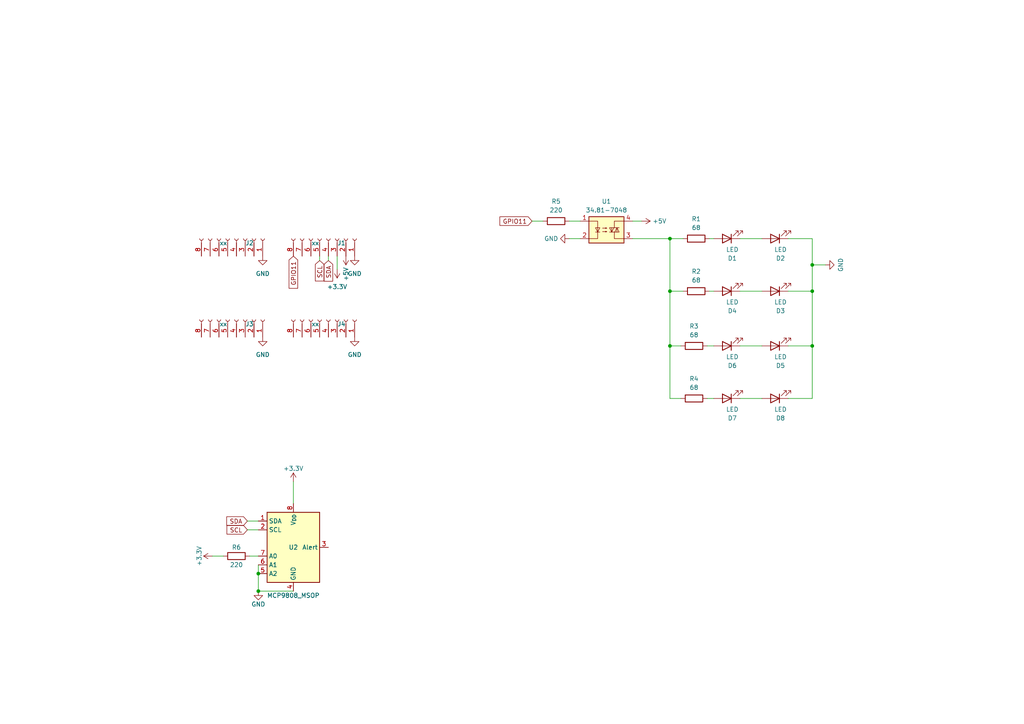
<source format=kicad_sch>
(kicad_sch (version 20230121) (generator eeschema)
  (paper "A4")
  (lib_symbols
    (symbol "Connector:Conn_01x08_Socket" (pin_names (offset 1.016) hide)
      (property "Reference" "J" (at 0 10.16 0))
      (property "Value" "Conn_01x08_Socket" (at 0 -12.7 0))
      (symbol "Conn_01x08_Socket_1_1"
        (arc (start 0 -9.652) (mid -0.5058 -10.16) (end 0 -10.668) (stroke (width 0.1524)))
        (arc (start 0 -7.112) (mid -0.5058 -7.62) (end 0 -8.128) (stroke (width 0.1524)))
        (arc (start 0 -4.572) (mid -0.5058 -5.08) (end 0 -5.588) (stroke (width 0.1524)))
        (arc (start 0 -2.032) (mid -0.5058 -2.54) (end 0 -3.048) (stroke (width 0.1524)))
        (polyline (pts (xy -1.27 -10.16) (xy -0.508 -10.16)) (stroke (width 0.1524)))
        (polyline (pts (xy -1.27 -7.62) (xy -0.508 -7.62)) (stroke (width 0.1524)))
        (polyline (pts (xy -1.27 -5.08) (xy -0.508 -5.08)) (stroke (width 0.1524)))
        (polyline (pts (xy -1.27 -2.54) (xy -0.508 -2.54)) (stroke (width 0.1524)))
        (polyline (pts (xy -1.27 0) (xy -0.508 0)) (stroke (width 0.1524)))
        (polyline (pts (xy -1.27 2.54) (xy -0.508 2.54)) (stroke (width 0.1524)))
        (polyline (pts (xy -1.27 5.08) (xy -0.508 5.08)) (stroke (width 0.1524)))
        (polyline (pts (xy -1.27 7.62) (xy -0.508 7.62)) (stroke (width 0.1524)))
        (arc (start 0 0.508) (mid -0.5058 0) (end 0 -0.508) (stroke (width 0.1524)))
        (arc (start 0 3.048) (mid -0.5058 2.54) (end 0 2.032) (stroke (width 0.1524)))
        (arc (start 0 5.588) (mid -0.5058 5.08) (end 0 4.572) (stroke (width 0.1524)))
        (arc (start 0 8.128) (mid -0.5058 7.62) (end 0 7.112) (stroke (width 0.1524)))
        (pin passive line (at -5.08 7.62 0) (length 3.81) (name "Pin_1") (number "1"))
        (pin passive line (at -5.08 5.08 0) (length 3.81) (name "Pin_2") (number "2"))
        (pin passive line (at -5.08 2.54 0) (length 3.81) (name "Pin_3") (number "3"))
        (pin passive line (at -5.08 0 0) (length 3.81) (name "Pin_4") (number "4"))
        (pin passive line (at -5.08 -2.54 0) (length 3.81) (name "Pin_5") (number "5"))
        (pin passive line (at -5.08 -5.08 0) (length 3.81) (name "Pin_6") (number "6"))
        (pin passive line (at -5.08 -7.62 0) (length 3.81) (name "Pin_7") (number "7"))
        (pin passive line (at -5.08 -10.16 0) (length 3.81) (name "Pin_8") (number "8"))
      )
    )
    (symbol "Device:LED" (pin_numbers hide) (pin_names (offset 1.016) hide)
      (property "Reference" "D" (at 0 2.54 0))
      (property "Value" "LED" (at 0 -2.54 0))
      (symbol "LED_0_1"
        (polyline (pts (xy -1.27 -1.27) (xy -1.27 1.27)) (stroke (width 0.254)))
        (polyline (pts (xy -1.27 0) (xy 1.27 0)))
        (polyline (pts (xy 1.27 -1.27) (xy 1.27 1.27) (xy -1.27 0) (xy 1.27 -1.27)) (stroke (width 0.254)))
        (polyline (pts (xy -3.048 -0.762) (xy -4.572 -2.286) (xy -3.81 -2.286) (xy -4.572 -2.286) (xy -4.572 -1.524)))
        (polyline (pts (xy -1.778 -0.762) (xy -3.302 -2.286) (xy -2.54 -2.286) (xy -3.302 -2.286) (xy -3.302 -1.524)))
      )
      (symbol "LED_1_1"
        (pin passive line (at -3.81 0 0) (length 2.54) (name "K") (number "1"))
        (pin passive line (at 3.81 0 180) (length 2.54) (name "A") (number "2"))
      )
    )
    (symbol "Device:R" (pin_numbers hide) (pin_names (offset 0))
      (property "Reference" "R" (at 2.032 0 90))
      (property "Value" "R" (at 0 0 90))
      (symbol "R_0_1"
        (rectangle (start -1.016 -2.54) (end 1.016 2.54) (stroke (width 0.254)))
      )
      (symbol "R_1_1"
        (pin passive line (at 0 3.81 270) (length 1.27) (name "~") (number "1"))
        (pin passive line (at 0 -3.81 90) (length 1.27) (name "~") (number "2"))
      )
    )
    (symbol "Relay_SolidState:FODM3011"
      (property "Reference" "U" (at -5.08 5.08 0))
      (property "Value" "FODM3011" (at 0 5.08 0))
      (symbol "FODM3011_0_1"
        (rectangle (start -5.08 3.81) (end 5.08 -3.81) (stroke (width 0.254)) (fill (type background)))
        (polyline (pts (xy -3.175 -0.635) (xy -1.905 -0.635)))
        (polyline (pts (xy 1.524 -0.635) (xy 1.524 0.635)))
        (polyline (pts (xy 3.048 0.635) (xy 3.048 -0.635)))
        (polyline (pts (xy 2.286 -0.635) (xy 2.286 -2.54) (xy 5.08 -2.54)))
        (polyline (pts (xy 2.286 0.635) (xy 2.286 2.54) (xy 5.08 2.54)))
        (polyline (pts (xy -5.08 2.54) (xy -2.54 2.54) (xy -2.54 -2.54) (xy -5.08 -2.54)))
        (polyline (pts (xy -2.54 -0.635) (xy -3.175 0.635) (xy -1.905 0.635) (xy -2.54 -0.635)))
        (polyline (pts (xy 0.889 -0.635) (xy 3.683 -0.635) (xy 3.048 0.635) (xy 2.413 -0.635)))
        (polyline (pts (xy 3.683 0.635) (xy 0.889 0.635) (xy 1.524 -0.635) (xy 2.159 0.635)))
        (polyline (pts (xy -1.143 -0.508) (xy 0.127 -0.508) (xy -0.254 -0.635) (xy -0.254 -0.381) (xy 0.127 -0.508)))
        (polyline (pts (xy -1.143 0.508) (xy 0.127 0.508) (xy -0.254 0.381) (xy -0.254 0.635) (xy 0.127 0.508)))
      )
      (symbol "FODM3011_1_1"
        (pin passive line (at -7.62 2.54 0) (length 2.54) (name "~") (number "1"))
        (pin passive line (at -7.62 -2.54 0) (length 2.54) (name "~") (number "2"))
        (pin passive line (at 7.62 -2.54 180) (length 2.54) (name "~") (number "3"))
        (pin passive line (at 7.62 2.54 180) (length 2.54) (name "~") (number "4"))
      )
    )
    (symbol "Sensor_Temperature:MCP9808_MSOP"
      (property "Reference" "U" (at -6.35 11.43 0))
      (property "Value" "MCP9808_MSOP" (at 10.16 11.43 0))
      (symbol "MCP9808_MSOP_0_1"
        (rectangle (start -7.62 10.16) (end 7.62 -10.16) (stroke (width 0.254)) (fill (type background)))
      )
      (symbol "MCP9808_MSOP_1_1"
        (pin bidirectional line (at -10.16 7.62 0) (length 2.54) (name "SDA") (number "1"))
        (pin input line (at -10.16 5.08 0) (length 2.54) (name "SCL") (number "2"))
        (pin output line (at 10.16 0 180) (length 2.54) (name "Alert") (number "3"))
        (pin power_in line (at 0 -12.7 90) (length 2.54) (name "GND") (number "4"))
        (pin input line (at -10.16 -7.62 0) (length 2.54) (name "A2") (number "5"))
        (pin input line (at -10.16 -5.08 0) (length 2.54) (name "A1") (number "6"))
        (pin input line (at -10.16 -2.54 0) (length 2.54) (name "A0") (number "7"))
        (pin power_in line (at 0 12.7 270) (length 2.54) (name "V_{DD}") (number "8"))
      )
    )
    (symbol "power:+3.3V" (power) (pin_names (offset 0))
      (property "Value" "+3.3V" (at 0 3.556 0))
      (symbol "+3.3V_0_1"
        (polyline (pts (xy -0.762 1.27) (xy 0 2.54)))
        (polyline (pts (xy 0 0) (xy 0 2.54)))
        (polyline (pts (xy 0 2.54) (xy 0.762 1.27)))
      )
      (symbol "+3.3V_1_1"
        (pin power_in line (at 0 0 90) (length 0) hide (name "+3.3V") (number "1"))
      )
    )
    (symbol "power:+5V" (power) (pin_names (offset 0))
      (property "Value" "+5V" (at 0 3.556 0))
      (symbol "+5V_0_1"
        (polyline (pts (xy -0.762 1.27) (xy 0 2.54)))
        (polyline (pts (xy 0 0) (xy 0 2.54)))
        (polyline (pts (xy 0 2.54) (xy 0.762 1.27)))
      )
      (symbol "+5V_1_1"
        (pin power_in line (at 0 0 90) (length 0) hide (name "+5V") (number "1"))
      )
    )
    (symbol "power:GND" (power) (pin_names (offset 0))
      (property "Value" "GND" (at 0 -3.81 0))
      (symbol "GND_0_1"
        (polyline (pts (xy 0 0) (xy 0 -1.27) (xy 1.27 -1.27) (xy 0 -2.54) (xy -1.27 -1.27) (xy 0 -1.27)))
      )
      (symbol "GND_1_1"
        (pin power_in line (at 0 0 270) (length 0) hide (name "GND") (number "1"))
      )
    )
  )
  (junction (at 235.585 84.455))
  (junction (at 74.93 166.37))
  (junction (at 194.31 100.33))
  (junction (at 235.585 100.33))
  (junction (at 74.93 171.45))
  (junction (at 194.31 69.215))
  (junction (at 194.31 84.455))
  (junction (at 235.585 76.835))
  (wire (pts (xy 214.63 84.455) (xy 220.98 84.455)))
  (wire (pts (xy 71.755 151.13) (xy 74.93 151.13)))
  (wire (pts (xy 197.485 115.57) (xy 194.31 115.57)))
  (wire (pts (xy 214.63 100.33) (xy 220.98 100.33)))
  (wire (pts (xy 207.01 69.215) (xy 205.74 69.215)))
  (wire (pts (xy 197.485 100.33) (xy 194.31 100.33)))
  (wire (pts (xy 235.585 115.57) (xy 228.6 115.57)))
  (wire (pts (xy 95.25 75.565) (xy 95.25 74.295)))
  (wire (pts (xy 198.12 69.215) (xy 194.31 69.215)))
  (wire (pts (xy 74.93 163.83) (xy 74.93 166.37)))
  (wire (pts (xy 207.01 100.33) (xy 205.105 100.33)))
  (wire (pts (xy 74.93 166.37) (xy 74.93 171.45)))
  (wire (pts (xy 71.755 153.67) (xy 74.93 153.67)))
  (wire (pts (xy 92.71 75.565) (xy 92.71 74.295)))
  (wire (pts (xy 165.1 69.215) (xy 168.275 69.215)))
  (wire (pts (xy 235.585 115.57) (xy 235.585 100.33)))
  (wire (pts (xy 183.515 69.215) (xy 194.31 69.215)))
  (wire (pts (xy 235.585 76.835) (xy 239.395 76.835)))
  (wire (pts (xy 207.01 115.57) (xy 205.105 115.57)))
  (wire (pts (xy 228.6 84.455) (xy 235.585 84.455)))
  (wire (pts (xy 235.585 76.835) (xy 235.585 84.455)))
  (wire (pts (xy 85.09 139.7) (xy 85.09 146.05)))
  (wire (pts (xy 235.585 100.33) (xy 235.585 84.455)))
  (wire (pts (xy 61.595 161.29) (xy 64.77 161.29)))
  (wire (pts (xy 165.1 64.135) (xy 168.275 64.135)))
  (wire (pts (xy 194.31 69.215) (xy 194.31 84.455)))
  (wire (pts (xy 97.79 78.105) (xy 97.79 74.295)))
  (wire (pts (xy 194.31 100.33) (xy 194.31 115.57)))
  (wire (pts (xy 194.31 84.455) (xy 198.12 84.455)))
  (wire (pts (xy 214.63 115.57) (xy 220.98 115.57)))
  (wire (pts (xy 228.6 100.33) (xy 235.585 100.33)))
  (wire (pts (xy 194.31 84.455) (xy 194.31 100.33)))
  (wire (pts (xy 154.305 64.135) (xy 157.48 64.135)))
  (wire (pts (xy 214.63 69.215) (xy 220.98 69.215)))
  (wire (pts (xy 72.39 161.29) (xy 74.93 161.29)))
  (wire (pts (xy 205.74 84.455) (xy 207.01 84.455)))
  (wire (pts (xy 186.055 64.135) (xy 183.515 64.135)))
  (wire (pts (xy 74.93 171.45) (xy 85.09 171.45)))
  (wire (pts (xy 235.585 76.835) (xy 235.585 69.215)))
  (wire (pts (xy 228.6 69.215) (xy 235.585 69.215)))
  (global_label "SCL" (shape input) (at 71.755 153.67 180) (property "Intersheetrefs" "${INTERSHEET_REFS}" (effects hide)))
  (global_label "SDA" (shape input) (at 95.25 75.565 270) (property "Intersheetrefs" "${INTERSHEET_REFS}" (effects hide)))
  (global_label "GPIO11" (shape input) (at 154.305 64.135 180) (property "Intersheetrefs" "${INTERSHEET_REFS}" (effects hide)))
  (global_label "SCL" (shape input) (at 92.71 75.565 270) (property "Intersheetrefs" "${INTERSHEET_REFS}" (effects hide)))
  (global_label "GPIO11" (shape input) (at 85.09 74.295 270) (property "Intersheetrefs" "${INTERSHEET_REFS}" (effects hide)))
  (global_label "SDA" (shape input) (at 71.755 151.13 180) (property "Intersheetrefs" "${INTERSHEET_REFS}" (effects hide)))
  (symbol (lib_id "Device:R") (at 201.93 69.215 270) (unit 1)
    (property "Reference" "R1" (at 201.93 63.5 90))
    (property "Value" "68" (at 201.93 66.04 90))
    (property "Footprint" "Resistor_SMD:R_0603_1608Metric" (effects hide))
  )
  (symbol (lib_id "power:GND") (at 76.2 74.295 0) (unit 1)
    (property "Reference" "#PWR02" (effects hide))
    (property "Value" "GND" (at 76.2 79.375 0))
  )
  (symbol (lib_id "Device:LED") (at 210.82 69.215 180) (unit 1)
    (property "Reference" "D1" (at 212.4075 74.93 0))
    (property "Value" "LED" (at 212.4075 72.39 0))
    (property "Footprint" "LED_SMD:LED_0805_2012Metric" (effects hide))
  )
  (symbol (lib_id "Relay_SolidState:FODM3011") (at 175.895 66.675 0) (unit 1)
    (property "Reference" "U1" (at 175.895 58.42 0))
    (property "Value" "34.81-7048" (at 175.895 60.96 0))
    (property "Footprint" "Package_DIP:SMDIP-4_W7.62mm" (effects hide))
    (property "Datasheet" "https://www.onsemi.com/pub/Collateral/FODM3053_NF098-D.PDF" (effects hide))
  )
  (symbol (lib_id "power:GND") (at 165.1 69.215 270) (unit 1)
    (property "Reference" "#PWR07" (effects hide))
    (property "Value" "GND" (at 161.925 69.215 90) (effects (justify right)))
  )
  (symbol (lib_id "Sensor_Temperature:MCP9808_MSOP") (at 85.09 158.75 0) (unit 1)
    (property "Reference" "U2" (at 85.09 158.75 0))
    (property "Value" "MCP9808_MSOP" (at 85.09 172.72 0))
    (property "Footprint" "Package_SO:MSOP-8_3x3mm_P0.65mm" (effects hide))
    (property "Datasheet" "http://ww1.microchip.com/downloads/en/DeviceDoc/22203b.pdf" (effects hide))
    (property "LCSC" "C129490" (effects hide))
  )
  (symbol (lib_id "power:+3.3V") (at 97.79 78.105 180) (unit 1)
    (property "Reference" "#PWR03" (effects hide))
    (property "Value" "+3.3V" (at 97.79 83.185 0))
  )
  (symbol (lib_id "Device:LED") (at 210.82 84.455 180) (unit 1)
    (property "Reference" "D4" (at 212.4075 90.17 0))
    (property "Value" "LED" (at 212.4075 87.63 0))
    (property "Footprint" "LED_SMD:LED_0805_2012Metric" (effects hide))
  )
  (symbol (lib_id "Device:LED") (at 224.79 100.33 180) (unit 1)
    (property "Reference" "D5" (at 226.3775 106.045 0))
    (property "Value" "LED" (at 226.3775 103.505 0))
    (property "Footprint" "LED_SMD:LED_0805_2012Metric" (effects hide))
  )
  (symbol (lib_id "power:+5V") (at 186.055 64.135 270) (unit 1)
    (property "Reference" "#PWR06" (effects hide))
    (property "Value" "+5V" (at 189.23 64.135 90) (effects (justify left)))
  )
  (symbol (lib_id "Device:LED") (at 210.82 100.33 180) (unit 1)
    (property "Reference" "D6" (at 212.4075 106.045 0))
    (property "Value" "LED" (at 212.4075 103.505 0))
    (property "Footprint" "LED_SMD:LED_0805_2012Metric" (effects hide))
  )
  (symbol (lib_id "Device:R") (at 201.295 115.57 270) (unit 1)
    (property "Reference" "R4" (at 201.295 109.855 90))
    (property "Value" "68" (at 201.295 112.395 90))
    (property "Footprint" "Resistor_SMD:R_0603_1608Metric" (effects hide))
  )
  (symbol (lib_id "Connector:Conn_01x08_Socket") (at 95.25 92.71 270) (mirror x) (unit 1)
    (property "Reference" "J4" (at 99.06 93.98 90))
    (property "Value" "xx" (at 91.44 93.98 90))
    (property "Footprint" "Connector_PinSocket_2.54mm:PinSocket_1x08_P2.54mm_Vertical_SMD_Pin1Left" (effects hide))
  )
  (symbol (lib_id "Connector:Conn_01x08_Socket") (at 68.58 92.71 270) (mirror x) (unit 1)
    (property "Reference" "J3" (at 72.39 93.98 90))
    (property "Value" "xx" (at 64.77 93.98 90))
    (property "Footprint" "Connector_PinSocket_2.54mm:PinSocket_1x08_P2.54mm_Vertical_SMD_Pin1Left" (effects hide))
  )
  (symbol (lib_id "power:GND") (at 102.87 97.79 0) (unit 1)
    (property "Reference" "#PWR05" (effects hide))
    (property "Value" "GND" (at 102.87 102.87 0))
  )
  (symbol (lib_id "power:+5V") (at 100.33 74.295 180) (unit 1)
    (property "Reference" "#PWR04" (effects hide))
    (property "Value" "+5V" (at 100.33 77.47 90) (effects (justify left)))
  )
  (symbol (lib_id "Device:R") (at 201.295 100.33 270) (unit 1)
    (property "Reference" "R3" (at 201.295 94.615 90))
    (property "Value" "68" (at 201.295 97.155 90))
    (property "Footprint" "Resistor_SMD:R_0603_1608Metric" (effects hide))
  )
  (symbol (lib_id "power:+3.3V") (at 85.09 139.7 0) (unit 1)
    (property "Reference" "#PWR09" (effects hide))
    (property "Value" "+3.3V" (at 85.09 135.89 0))
  )
  (symbol (lib_id "Device:R") (at 201.93 84.455 270) (unit 1)
    (property "Reference" "R2" (at 201.93 78.74 90))
    (property "Value" "68" (at 201.93 81.28 90))
    (property "Footprint" "Resistor_SMD:R_0603_1608Metric" (effects hide))
  )
  (symbol (lib_id "power:GND") (at 239.395 76.835 90) (unit 1)
    (property "Reference" "#PWR012" (effects hide))
    (property "Value" "GND" (at 243.84 76.835 0))
  )
  (symbol (lib_id "Device:LED") (at 224.79 84.455 180) (unit 1)
    (property "Reference" "D3" (at 226.3775 90.17 0))
    (property "Value" "LED" (at 226.3775 87.63 0))
    (property "Footprint" "LED_SMD:LED_0805_2012Metric" (effects hide))
  )
  (symbol (lib_id "Connector:Conn_01x08_Socket") (at 68.58 69.215 270) (mirror x) (unit 1)
    (property "Reference" "J2" (at 72.39 70.485 90))
    (property "Value" "xx" (at 64.77 70.485 90))
    (property "Footprint" "Connector_PinSocket_2.54mm:PinSocket_1x08_P2.54mm_Vertical_SMD_Pin1Left" (effects hide))
  )
  (symbol (lib_id "Device:LED") (at 224.79 115.57 180) (unit 1)
    (property "Reference" "D8" (at 226.3775 121.285 0))
    (property "Value" "LED" (at 226.3775 118.745 0))
    (property "Footprint" "LED_SMD:LED_0805_2012Metric" (effects hide))
  )
  (symbol (lib_id "Connector:Conn_01x08_Socket") (at 95.25 69.215 270) (mirror x) (unit 1)
    (property "Reference" "J1" (at 99.06 70.485 90))
    (property "Value" "xx" (at 91.44 70.485 90))
    (property "Footprint" "Connector_PinSocket_2.54mm:PinSocket_1x08_P2.54mm_Vertical_SMD_Pin1Left" (effects hide))
  )
  (symbol (lib_id "power:GND") (at 74.93 171.45 0) (unit 1)
    (property "Reference" "#PWR08" (effects hide))
    (property "Value" "GND" (at 74.93 175.26 0))
  )
  (symbol (lib_id "Device:R") (at 161.29 64.135 270) (unit 1)
    (property "Reference" "R5" (at 161.29 58.42 90))
    (property "Value" "220" (at 161.29 60.96 90))
    (property "Footprint" "Resistor_SMD:R_0603_1608Metric" (effects hide))
  )
  (symbol (lib_id "Device:LED") (at 210.82 115.57 180) (unit 1)
    (property "Reference" "D7" (at 212.4075 121.285 0))
    (property "Value" "LED" (at 212.4075 118.745 0))
    (property "Footprint" "LED_SMD:LED_0805_2012Metric" (effects hide))
  )
  (symbol (lib_id "power:GND") (at 102.87 74.295 0) (unit 1)
    (property "Reference" "#PWR01" (effects hide))
    (property "Value" "GND" (at 102.87 79.375 0))
  )
  (symbol (lib_id "power:+3.3V") (at 61.595 161.29 90) (unit 1)
    (property "Reference" "#PWR010" (effects hide))
    (property "Value" "+3.3V" (at 57.785 161.29 0))
  )
  (symbol (lib_id "Device:R") (at 68.58 161.29 270) (unit 1)
    (property "Reference" "R6" (at 68.58 158.75 90))
    (property "Value" "220" (at 68.58 163.83 90))
    (property "Footprint" "Resistor_SMD:R_0603_1608Metric" (effects hide))
  )
  (symbol (lib_id "Device:LED") (at 224.79 69.215 180) (unit 1)
    (property "Reference" "D2" (at 226.3775 74.93 0))
    (property "Value" "LED" (at 226.3775 72.39 0))
    (property "Footprint" "LED_SMD:LED_0805_2012Metric" (effects hide))
  )
  (symbol (lib_id "power:GND") (at 76.2 97.79 0) (unit 1)
    (property "Reference" "#PWR014" (effects hide))
    (property "Value" "GND" (at 76.2 102.87 0))
  )
)
</source>
